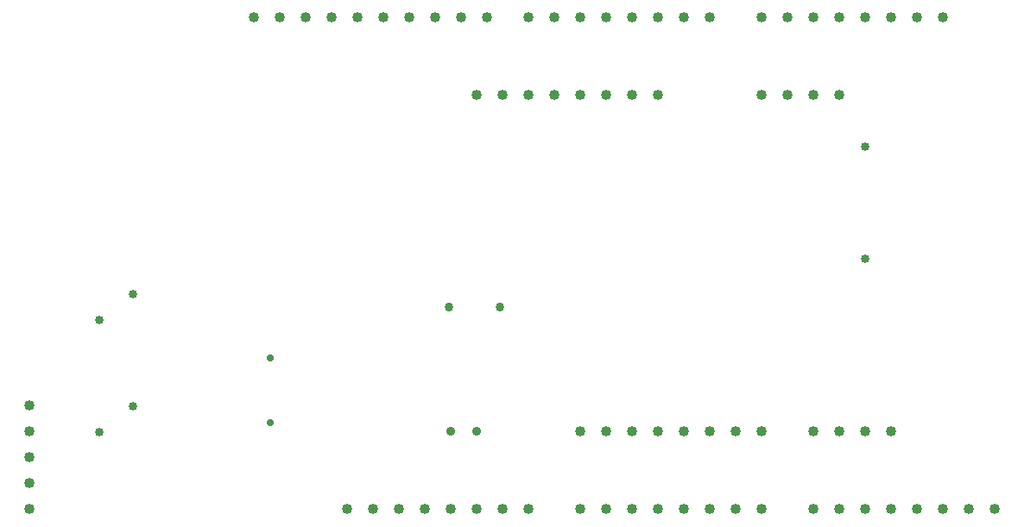
<source format=gbr>
%TF.GenerationSoftware,Altium Limited,Altium Designer,24.1.2 (44)*%
G04 Layer_Color=0*
%FSLAX45Y45*%
%MOMM*%
%TF.SameCoordinates,7D1D8A4D-2C7A-4F71-9711-01752012572A*%
%TF.FilePolarity,Positive*%
%TF.FileFunction,Plated,1,2,PTH,Drill*%
%TF.Part,Single*%
G01*
G75*
%TA.AperFunction,ComponentDrill*%
%ADD30C,0.86360*%
%ADD31C,1.02000*%
%ADD32C,1.02000*%
%ADD33C,0.85000*%
%ADD34C,0.88900*%
%TA.AperFunction,ViaDrill,NotFilled*%
%ADD35C,0.71120*%
D30*
X4800600Y2235200D02*
D03*
X4300600D02*
D03*
D31*
X190500Y1270000D02*
D03*
Y1016000D02*
D03*
Y762000D02*
D03*
Y508000D02*
D03*
Y254000D02*
D03*
D32*
X7874000D02*
D03*
X8128000D02*
D03*
X8382000D02*
D03*
X8636000D02*
D03*
X8890000D02*
D03*
X9144000D02*
D03*
X9398000D02*
D03*
X9652000D02*
D03*
X9144000Y5080000D02*
D03*
X8890000D02*
D03*
X8636000D02*
D03*
X8382000D02*
D03*
X8128000D02*
D03*
X7874000D02*
D03*
X7620000D02*
D03*
X7366000D02*
D03*
X5588000Y254000D02*
D03*
X5842000D02*
D03*
X6096000D02*
D03*
X6350000D02*
D03*
X6604000D02*
D03*
X6858000D02*
D03*
X7112000D02*
D03*
X7366000D02*
D03*
X8128000Y4318000D02*
D03*
X7874000D02*
D03*
X7620000D02*
D03*
X7366000D02*
D03*
X7874000Y1016000D02*
D03*
X8128000D02*
D03*
X8382000D02*
D03*
X8636000D02*
D03*
X7366000D02*
D03*
X7112000D02*
D03*
X6858000D02*
D03*
X6604000D02*
D03*
X6350000D02*
D03*
X6096000D02*
D03*
X5842000D02*
D03*
X5588000D02*
D03*
X4572000Y4318000D02*
D03*
X4826000D02*
D03*
X5080000D02*
D03*
X5334000D02*
D03*
X5588000D02*
D03*
X5842000D02*
D03*
X6096000D02*
D03*
X6350000D02*
D03*
X5080000Y254000D02*
D03*
X4826000D02*
D03*
X4572000D02*
D03*
X4318000D02*
D03*
X4064000D02*
D03*
X3810000D02*
D03*
X3556000D02*
D03*
X3302000D02*
D03*
X5080000Y5080000D02*
D03*
X5334000D02*
D03*
X5588000D02*
D03*
X5842000D02*
D03*
X6096000D02*
D03*
X6350000D02*
D03*
X6604000D02*
D03*
X6858000D02*
D03*
X4673600D02*
D03*
X4419600D02*
D03*
X4165600D02*
D03*
X3911600D02*
D03*
X3657600D02*
D03*
X3403600D02*
D03*
X3149600D02*
D03*
X2895600D02*
D03*
X2641600D02*
D03*
X2387600D02*
D03*
D33*
X1206500Y2366100D02*
D03*
Y1266100D02*
D03*
X876300Y1012100D02*
D03*
Y2112100D02*
D03*
X8382000Y2713900D02*
D03*
Y3813900D02*
D03*
D34*
X4318000Y1016000D02*
D03*
X4572000D02*
D03*
D35*
X2552700Y1739900D02*
D03*
Y1104900D02*
D03*
%TF.MD5,e096be255c86f132e36b08a915d04f85*%
M02*

</source>
